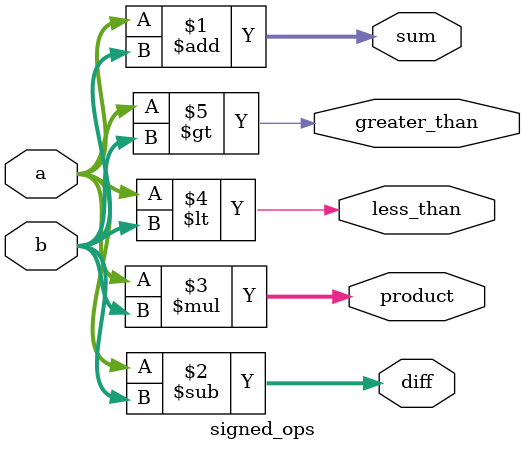
<source format=v>
module signed_ops(
    input signed [7:0] a,
    input signed [7:0] b,
    output wire signed [7:0] sum,
    output wire signed [7:0] diff,
    output wire signed [15:0] product,
    output wire less_than,
    output wire greater_than
);
    assign sum = a + b;
    assign diff = a - b;
    assign product = a * b;
    assign less_than = a < b;    // Signed comparison
    assign greater_than = a > b; // Signed comparison
endmodule

</source>
